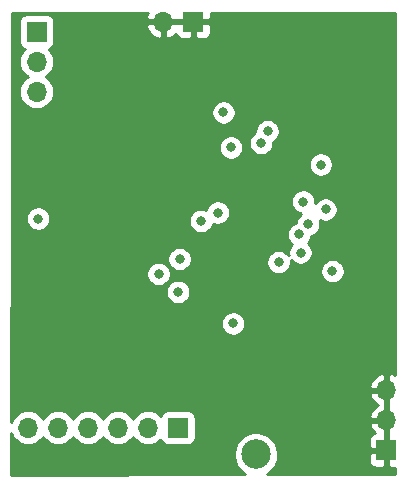
<source format=gbr>
G04 #@! TF.GenerationSoftware,KiCad,Pcbnew,(5.1.4)-1*
G04 #@! TF.CreationDate,2021-02-14T21:55:27+01:00*
G04 #@! TF.ProjectId,Atari XL s-video,41746172-6920-4584-9c20-732d76696465,rev?*
G04 #@! TF.SameCoordinates,Original*
G04 #@! TF.FileFunction,Copper,L3,Inr*
G04 #@! TF.FilePolarity,Positive*
%FSLAX46Y46*%
G04 Gerber Fmt 4.6, Leading zero omitted, Abs format (unit mm)*
G04 Created by KiCad (PCBNEW (5.1.4)-1) date 2021-02-14 21:55:27*
%MOMM*%
%LPD*%
G04 APERTURE LIST*
%ADD10R,1.700000X1.700000*%
%ADD11O,1.700000X1.700000*%
%ADD12C,2.499360*%
%ADD13C,0.800000*%
%ADD14C,0.254000*%
G04 APERTURE END LIST*
D10*
X173532800Y-58928000D03*
D11*
X173532800Y-61468000D03*
X173532800Y-64008000D03*
D12*
X192100000Y-94716600D03*
D10*
X185496000Y-92456000D03*
D11*
X182956000Y-92456000D03*
X180416000Y-92456000D03*
X177876000Y-92456000D03*
X175336000Y-92456000D03*
X172796000Y-92456000D03*
D10*
X203149000Y-94361000D03*
D11*
X203149000Y-91821000D03*
X203149000Y-89281000D03*
X184252000Y-58064400D03*
D10*
X186792000Y-58064400D03*
D13*
X185516900Y-80945200D03*
X187585100Y-71482900D03*
X198831200Y-93192600D03*
X198750700Y-81887200D03*
X203631800Y-72390000D03*
X183863400Y-79430800D03*
X173659800Y-74752200D03*
X190171800Y-83620700D03*
X188867800Y-74229900D03*
X185642100Y-78165700D03*
X198569400Y-79187700D03*
X194022000Y-78429800D03*
X195753700Y-76085400D03*
X195875400Y-77627500D03*
X196514500Y-75204200D03*
X187460100Y-74937700D03*
X196094900Y-73308300D03*
X197582300Y-70167000D03*
X193075800Y-67345000D03*
X189980300Y-68716200D03*
X189348900Y-65745700D03*
X197998700Y-73961700D03*
X192545600Y-68344800D03*
D14*
G36*
X182907843Y-57433148D02*
G01*
X182810519Y-57707509D01*
X182931186Y-57937400D01*
X184125000Y-57937400D01*
X184125000Y-57917400D01*
X184379000Y-57917400D01*
X184379000Y-57937400D01*
X186665000Y-57937400D01*
X186665000Y-57917400D01*
X186919000Y-57917400D01*
X186919000Y-57937400D01*
X188118250Y-57937400D01*
X188277000Y-57778650D01*
X188279595Y-57302000D01*
X203911185Y-57302000D01*
X203891864Y-88003327D01*
X203780252Y-87936843D01*
X203505891Y-87839519D01*
X203276000Y-87960186D01*
X203276000Y-89154000D01*
X203296000Y-89154000D01*
X203296000Y-89408000D01*
X203276000Y-89408000D01*
X203276000Y-91694000D01*
X203296000Y-91694000D01*
X203296000Y-91948000D01*
X203276000Y-91948000D01*
X203276000Y-94234000D01*
X203296000Y-94234000D01*
X203296000Y-94488000D01*
X203276000Y-94488000D01*
X203276000Y-95687250D01*
X203434750Y-95846000D01*
X203886926Y-95848462D01*
X203886614Y-96344578D01*
X193006997Y-96377250D01*
X193301413Y-96180526D01*
X193563926Y-95918013D01*
X193770182Y-95609331D01*
X193912253Y-95266341D01*
X193923260Y-95211000D01*
X201660928Y-95211000D01*
X201673188Y-95335482D01*
X201709498Y-95455180D01*
X201768463Y-95565494D01*
X201847815Y-95662185D01*
X201944506Y-95741537D01*
X202054820Y-95800502D01*
X202174518Y-95836812D01*
X202299000Y-95849072D01*
X202863250Y-95846000D01*
X203022000Y-95687250D01*
X203022000Y-94488000D01*
X201822750Y-94488000D01*
X201664000Y-94646750D01*
X201660928Y-95211000D01*
X193923260Y-95211000D01*
X193984680Y-94902225D01*
X193984680Y-94530975D01*
X193912253Y-94166859D01*
X193770182Y-93823869D01*
X193563926Y-93515187D01*
X193559739Y-93511000D01*
X201660928Y-93511000D01*
X201664000Y-94075250D01*
X201822750Y-94234000D01*
X203022000Y-94234000D01*
X203022000Y-91948000D01*
X201828845Y-91948000D01*
X201707524Y-92177890D01*
X201752175Y-92325099D01*
X201877359Y-92587920D01*
X202051412Y-92821269D01*
X202135466Y-92897034D01*
X202054820Y-92921498D01*
X201944506Y-92980463D01*
X201847815Y-93059815D01*
X201768463Y-93156506D01*
X201709498Y-93266820D01*
X201673188Y-93386518D01*
X201660928Y-93511000D01*
X193559739Y-93511000D01*
X193301413Y-93252674D01*
X192992731Y-93046418D01*
X192649741Y-92904347D01*
X192285625Y-92831920D01*
X191914375Y-92831920D01*
X191550259Y-92904347D01*
X191207269Y-93046418D01*
X190898587Y-93252674D01*
X190636074Y-93515187D01*
X190429818Y-93823869D01*
X190287747Y-94166859D01*
X190215320Y-94530975D01*
X190215320Y-94902225D01*
X190287747Y-95266341D01*
X190429818Y-95609331D01*
X190636074Y-95918013D01*
X190898587Y-96180526D01*
X191201119Y-96382673D01*
X171374647Y-96442212D01*
X171381303Y-92908034D01*
X171417401Y-93027034D01*
X171555294Y-93285014D01*
X171740866Y-93511134D01*
X171966986Y-93696706D01*
X172224966Y-93834599D01*
X172504889Y-93919513D01*
X172723050Y-93941000D01*
X172868950Y-93941000D01*
X173087111Y-93919513D01*
X173367034Y-93834599D01*
X173625014Y-93696706D01*
X173851134Y-93511134D01*
X174036706Y-93285014D01*
X174066000Y-93230209D01*
X174095294Y-93285014D01*
X174280866Y-93511134D01*
X174506986Y-93696706D01*
X174764966Y-93834599D01*
X175044889Y-93919513D01*
X175263050Y-93941000D01*
X175408950Y-93941000D01*
X175627111Y-93919513D01*
X175907034Y-93834599D01*
X176165014Y-93696706D01*
X176391134Y-93511134D01*
X176576706Y-93285014D01*
X176606000Y-93230209D01*
X176635294Y-93285014D01*
X176820866Y-93511134D01*
X177046986Y-93696706D01*
X177304966Y-93834599D01*
X177584889Y-93919513D01*
X177803050Y-93941000D01*
X177948950Y-93941000D01*
X178167111Y-93919513D01*
X178447034Y-93834599D01*
X178705014Y-93696706D01*
X178931134Y-93511134D01*
X179116706Y-93285014D01*
X179146000Y-93230209D01*
X179175294Y-93285014D01*
X179360866Y-93511134D01*
X179586986Y-93696706D01*
X179844966Y-93834599D01*
X180124889Y-93919513D01*
X180343050Y-93941000D01*
X180488950Y-93941000D01*
X180707111Y-93919513D01*
X180987034Y-93834599D01*
X181245014Y-93696706D01*
X181471134Y-93511134D01*
X181656706Y-93285014D01*
X181686000Y-93230209D01*
X181715294Y-93285014D01*
X181900866Y-93511134D01*
X182126986Y-93696706D01*
X182384966Y-93834599D01*
X182664889Y-93919513D01*
X182883050Y-93941000D01*
X183028950Y-93941000D01*
X183247111Y-93919513D01*
X183527034Y-93834599D01*
X183785014Y-93696706D01*
X184011134Y-93511134D01*
X184035607Y-93481313D01*
X184056498Y-93550180D01*
X184115463Y-93660494D01*
X184194815Y-93757185D01*
X184291506Y-93836537D01*
X184401820Y-93895502D01*
X184521518Y-93931812D01*
X184646000Y-93944072D01*
X186346000Y-93944072D01*
X186470482Y-93931812D01*
X186590180Y-93895502D01*
X186700494Y-93836537D01*
X186797185Y-93757185D01*
X186876537Y-93660494D01*
X186935502Y-93550180D01*
X186971812Y-93430482D01*
X186984072Y-93306000D01*
X186984072Y-91606000D01*
X186971812Y-91481518D01*
X186935502Y-91361820D01*
X186876537Y-91251506D01*
X186797185Y-91154815D01*
X186700494Y-91075463D01*
X186590180Y-91016498D01*
X186470482Y-90980188D01*
X186346000Y-90967928D01*
X184646000Y-90967928D01*
X184521518Y-90980188D01*
X184401820Y-91016498D01*
X184291506Y-91075463D01*
X184194815Y-91154815D01*
X184115463Y-91251506D01*
X184056498Y-91361820D01*
X184035607Y-91430687D01*
X184011134Y-91400866D01*
X183785014Y-91215294D01*
X183527034Y-91077401D01*
X183247111Y-90992487D01*
X183028950Y-90971000D01*
X182883050Y-90971000D01*
X182664889Y-90992487D01*
X182384966Y-91077401D01*
X182126986Y-91215294D01*
X181900866Y-91400866D01*
X181715294Y-91626986D01*
X181686000Y-91681791D01*
X181656706Y-91626986D01*
X181471134Y-91400866D01*
X181245014Y-91215294D01*
X180987034Y-91077401D01*
X180707111Y-90992487D01*
X180488950Y-90971000D01*
X180343050Y-90971000D01*
X180124889Y-90992487D01*
X179844966Y-91077401D01*
X179586986Y-91215294D01*
X179360866Y-91400866D01*
X179175294Y-91626986D01*
X179146000Y-91681791D01*
X179116706Y-91626986D01*
X178931134Y-91400866D01*
X178705014Y-91215294D01*
X178447034Y-91077401D01*
X178167111Y-90992487D01*
X177948950Y-90971000D01*
X177803050Y-90971000D01*
X177584889Y-90992487D01*
X177304966Y-91077401D01*
X177046986Y-91215294D01*
X176820866Y-91400866D01*
X176635294Y-91626986D01*
X176606000Y-91681791D01*
X176576706Y-91626986D01*
X176391134Y-91400866D01*
X176165014Y-91215294D01*
X175907034Y-91077401D01*
X175627111Y-90992487D01*
X175408950Y-90971000D01*
X175263050Y-90971000D01*
X175044889Y-90992487D01*
X174764966Y-91077401D01*
X174506986Y-91215294D01*
X174280866Y-91400866D01*
X174095294Y-91626986D01*
X174066000Y-91681791D01*
X174036706Y-91626986D01*
X173851134Y-91400866D01*
X173625014Y-91215294D01*
X173367034Y-91077401D01*
X173087111Y-90992487D01*
X172868950Y-90971000D01*
X172723050Y-90971000D01*
X172504889Y-90992487D01*
X172224966Y-91077401D01*
X171966986Y-91215294D01*
X171740866Y-91400866D01*
X171555294Y-91626986D01*
X171417401Y-91884966D01*
X171383016Y-91998318D01*
X171387460Y-89637890D01*
X201707524Y-89637890D01*
X201752175Y-89785099D01*
X201877359Y-90047920D01*
X202051412Y-90281269D01*
X202267645Y-90476178D01*
X202393255Y-90551000D01*
X202267645Y-90625822D01*
X202051412Y-90820731D01*
X201877359Y-91054080D01*
X201752175Y-91316901D01*
X201707524Y-91464110D01*
X201828845Y-91694000D01*
X203022000Y-91694000D01*
X203022000Y-89408000D01*
X201828845Y-89408000D01*
X201707524Y-89637890D01*
X171387460Y-89637890D01*
X171388804Y-88924110D01*
X201707524Y-88924110D01*
X201828845Y-89154000D01*
X203022000Y-89154000D01*
X203022000Y-87960186D01*
X202792109Y-87839519D01*
X202517748Y-87936843D01*
X202267645Y-88085822D01*
X202051412Y-88280731D01*
X201877359Y-88514080D01*
X201752175Y-88776901D01*
X201707524Y-88924110D01*
X171388804Y-88924110D01*
X171398984Y-83518761D01*
X189136800Y-83518761D01*
X189136800Y-83722639D01*
X189176574Y-83922598D01*
X189254595Y-84110956D01*
X189367863Y-84280474D01*
X189512026Y-84424637D01*
X189681544Y-84537905D01*
X189869902Y-84615926D01*
X190069861Y-84655700D01*
X190273739Y-84655700D01*
X190473698Y-84615926D01*
X190662056Y-84537905D01*
X190831574Y-84424637D01*
X190975737Y-84280474D01*
X191089005Y-84110956D01*
X191167026Y-83922598D01*
X191206800Y-83722639D01*
X191206800Y-83518761D01*
X191167026Y-83318802D01*
X191089005Y-83130444D01*
X190975737Y-82960926D01*
X190831574Y-82816763D01*
X190662056Y-82703495D01*
X190473698Y-82625474D01*
X190273739Y-82585700D01*
X190069861Y-82585700D01*
X189869902Y-82625474D01*
X189681544Y-82703495D01*
X189512026Y-82816763D01*
X189367863Y-82960926D01*
X189254595Y-83130444D01*
X189176574Y-83318802D01*
X189136800Y-83518761D01*
X171398984Y-83518761D01*
X171404023Y-80843261D01*
X184481900Y-80843261D01*
X184481900Y-81047139D01*
X184521674Y-81247098D01*
X184599695Y-81435456D01*
X184712963Y-81604974D01*
X184857126Y-81749137D01*
X185026644Y-81862405D01*
X185215002Y-81940426D01*
X185414961Y-81980200D01*
X185618839Y-81980200D01*
X185818798Y-81940426D01*
X186007156Y-81862405D01*
X186176674Y-81749137D01*
X186320837Y-81604974D01*
X186434105Y-81435456D01*
X186512126Y-81247098D01*
X186551900Y-81047139D01*
X186551900Y-80843261D01*
X186512126Y-80643302D01*
X186434105Y-80454944D01*
X186320837Y-80285426D01*
X186176674Y-80141263D01*
X186007156Y-80027995D01*
X185818798Y-79949974D01*
X185618839Y-79910200D01*
X185414961Y-79910200D01*
X185215002Y-79949974D01*
X185026644Y-80027995D01*
X184857126Y-80141263D01*
X184712963Y-80285426D01*
X184599695Y-80454944D01*
X184521674Y-80643302D01*
X184481900Y-80843261D01*
X171404023Y-80843261D01*
X171406875Y-79328861D01*
X182828400Y-79328861D01*
X182828400Y-79532739D01*
X182868174Y-79732698D01*
X182946195Y-79921056D01*
X183059463Y-80090574D01*
X183203626Y-80234737D01*
X183373144Y-80348005D01*
X183561502Y-80426026D01*
X183761461Y-80465800D01*
X183965339Y-80465800D01*
X184165298Y-80426026D01*
X184353656Y-80348005D01*
X184523174Y-80234737D01*
X184667337Y-80090574D01*
X184780605Y-79921056D01*
X184858626Y-79732698D01*
X184898400Y-79532739D01*
X184898400Y-79328861D01*
X184858626Y-79128902D01*
X184780605Y-78940544D01*
X184667337Y-78771026D01*
X184523174Y-78626863D01*
X184353656Y-78513595D01*
X184165298Y-78435574D01*
X183965339Y-78395800D01*
X183761461Y-78395800D01*
X183561502Y-78435574D01*
X183373144Y-78513595D01*
X183203626Y-78626863D01*
X183059463Y-78771026D01*
X182946195Y-78940544D01*
X182868174Y-79128902D01*
X182828400Y-79328861D01*
X171406875Y-79328861D01*
X171409257Y-78063761D01*
X184607100Y-78063761D01*
X184607100Y-78267639D01*
X184646874Y-78467598D01*
X184724895Y-78655956D01*
X184838163Y-78825474D01*
X184982326Y-78969637D01*
X185151844Y-79082905D01*
X185340202Y-79160926D01*
X185540161Y-79200700D01*
X185744039Y-79200700D01*
X185943998Y-79160926D01*
X186132356Y-79082905D01*
X186301874Y-78969637D01*
X186446037Y-78825474D01*
X186559305Y-78655956D01*
X186637326Y-78467598D01*
X186665121Y-78327861D01*
X192987000Y-78327861D01*
X192987000Y-78531739D01*
X193026774Y-78731698D01*
X193104795Y-78920056D01*
X193218063Y-79089574D01*
X193362226Y-79233737D01*
X193531744Y-79347005D01*
X193720102Y-79425026D01*
X193920061Y-79464800D01*
X194123939Y-79464800D01*
X194323898Y-79425026D01*
X194512256Y-79347005D01*
X194681774Y-79233737D01*
X194825937Y-79089574D01*
X194828484Y-79085761D01*
X197534400Y-79085761D01*
X197534400Y-79289639D01*
X197574174Y-79489598D01*
X197652195Y-79677956D01*
X197765463Y-79847474D01*
X197909626Y-79991637D01*
X198079144Y-80104905D01*
X198267502Y-80182926D01*
X198467461Y-80222700D01*
X198671339Y-80222700D01*
X198871298Y-80182926D01*
X199059656Y-80104905D01*
X199229174Y-79991637D01*
X199373337Y-79847474D01*
X199486605Y-79677956D01*
X199564626Y-79489598D01*
X199604400Y-79289639D01*
X199604400Y-79085761D01*
X199564626Y-78885802D01*
X199486605Y-78697444D01*
X199373337Y-78527926D01*
X199229174Y-78383763D01*
X199059656Y-78270495D01*
X198871298Y-78192474D01*
X198671339Y-78152700D01*
X198467461Y-78152700D01*
X198267502Y-78192474D01*
X198079144Y-78270495D01*
X197909626Y-78383763D01*
X197765463Y-78527926D01*
X197652195Y-78697444D01*
X197574174Y-78885802D01*
X197534400Y-79085761D01*
X194828484Y-79085761D01*
X194939205Y-78920056D01*
X195017226Y-78731698D01*
X195057000Y-78531739D01*
X195057000Y-78327861D01*
X195039374Y-78239250D01*
X195071463Y-78287274D01*
X195215626Y-78431437D01*
X195385144Y-78544705D01*
X195573502Y-78622726D01*
X195773461Y-78662500D01*
X195977339Y-78662500D01*
X196177298Y-78622726D01*
X196365656Y-78544705D01*
X196535174Y-78431437D01*
X196679337Y-78287274D01*
X196792605Y-78117756D01*
X196870626Y-77929398D01*
X196910400Y-77729439D01*
X196910400Y-77525561D01*
X196870626Y-77325602D01*
X196792605Y-77137244D01*
X196679337Y-76967726D01*
X196535174Y-76823563D01*
X196501649Y-76801162D01*
X196557637Y-76745174D01*
X196670905Y-76575656D01*
X196748926Y-76387298D01*
X196785056Y-76205660D01*
X196816398Y-76199426D01*
X197004756Y-76121405D01*
X197174274Y-76008137D01*
X197318437Y-75863974D01*
X197431705Y-75694456D01*
X197509726Y-75506098D01*
X197549500Y-75306139D01*
X197549500Y-75102261D01*
X197509726Y-74902302D01*
X197496816Y-74871136D01*
X197508444Y-74878905D01*
X197696802Y-74956926D01*
X197896761Y-74996700D01*
X198100639Y-74996700D01*
X198300598Y-74956926D01*
X198488956Y-74878905D01*
X198658474Y-74765637D01*
X198802637Y-74621474D01*
X198915905Y-74451956D01*
X198993926Y-74263598D01*
X199033700Y-74063639D01*
X199033700Y-73859761D01*
X198993926Y-73659802D01*
X198915905Y-73471444D01*
X198802637Y-73301926D01*
X198658474Y-73157763D01*
X198488956Y-73044495D01*
X198300598Y-72966474D01*
X198100639Y-72926700D01*
X197896761Y-72926700D01*
X197696802Y-72966474D01*
X197508444Y-73044495D01*
X197338926Y-73157763D01*
X197194763Y-73301926D01*
X197129900Y-73399001D01*
X197129900Y-73206361D01*
X197090126Y-73006402D01*
X197012105Y-72818044D01*
X196898837Y-72648526D01*
X196754674Y-72504363D01*
X196585156Y-72391095D01*
X196396798Y-72313074D01*
X196196839Y-72273300D01*
X195992961Y-72273300D01*
X195793002Y-72313074D01*
X195604644Y-72391095D01*
X195435126Y-72504363D01*
X195290963Y-72648526D01*
X195177695Y-72818044D01*
X195099674Y-73006402D01*
X195059900Y-73206361D01*
X195059900Y-73410239D01*
X195099674Y-73610198D01*
X195177695Y-73798556D01*
X195290963Y-73968074D01*
X195435126Y-74112237D01*
X195604644Y-74225505D01*
X195793002Y-74303526D01*
X195952132Y-74335179D01*
X195854726Y-74400263D01*
X195710563Y-74544426D01*
X195597295Y-74713944D01*
X195519274Y-74902302D01*
X195483144Y-75083940D01*
X195451802Y-75090174D01*
X195263444Y-75168195D01*
X195093926Y-75281463D01*
X194949763Y-75425626D01*
X194836495Y-75595144D01*
X194758474Y-75783502D01*
X194718700Y-75983461D01*
X194718700Y-76187339D01*
X194758474Y-76387298D01*
X194836495Y-76575656D01*
X194949763Y-76745174D01*
X195093926Y-76889337D01*
X195127451Y-76911738D01*
X195071463Y-76967726D01*
X194958195Y-77137244D01*
X194880174Y-77325602D01*
X194840400Y-77525561D01*
X194840400Y-77729439D01*
X194858026Y-77818050D01*
X194825937Y-77770026D01*
X194681774Y-77625863D01*
X194512256Y-77512595D01*
X194323898Y-77434574D01*
X194123939Y-77394800D01*
X193920061Y-77394800D01*
X193720102Y-77434574D01*
X193531744Y-77512595D01*
X193362226Y-77625863D01*
X193218063Y-77770026D01*
X193104795Y-77939544D01*
X193026774Y-78127902D01*
X192987000Y-78327861D01*
X186665121Y-78327861D01*
X186677100Y-78267639D01*
X186677100Y-78063761D01*
X186637326Y-77863802D01*
X186559305Y-77675444D01*
X186446037Y-77505926D01*
X186301874Y-77361763D01*
X186132356Y-77248495D01*
X185943998Y-77170474D01*
X185744039Y-77130700D01*
X185540161Y-77130700D01*
X185340202Y-77170474D01*
X185151844Y-77248495D01*
X184982326Y-77361763D01*
X184838163Y-77505926D01*
X184724895Y-77675444D01*
X184646874Y-77863802D01*
X184607100Y-78063761D01*
X171409257Y-78063761D01*
X171415686Y-74650261D01*
X172624800Y-74650261D01*
X172624800Y-74854139D01*
X172664574Y-75054098D01*
X172742595Y-75242456D01*
X172855863Y-75411974D01*
X173000026Y-75556137D01*
X173169544Y-75669405D01*
X173357902Y-75747426D01*
X173557861Y-75787200D01*
X173761739Y-75787200D01*
X173961698Y-75747426D01*
X174150056Y-75669405D01*
X174319574Y-75556137D01*
X174463737Y-75411974D01*
X174577005Y-75242456D01*
X174655026Y-75054098D01*
X174694800Y-74854139D01*
X174694800Y-74835761D01*
X186425100Y-74835761D01*
X186425100Y-75039639D01*
X186464874Y-75239598D01*
X186542895Y-75427956D01*
X186656163Y-75597474D01*
X186800326Y-75741637D01*
X186969844Y-75854905D01*
X187158202Y-75932926D01*
X187358161Y-75972700D01*
X187562039Y-75972700D01*
X187761998Y-75932926D01*
X187950356Y-75854905D01*
X188119874Y-75741637D01*
X188264037Y-75597474D01*
X188377305Y-75427956D01*
X188455326Y-75239598D01*
X188466403Y-75183912D01*
X188565902Y-75225126D01*
X188765861Y-75264900D01*
X188969739Y-75264900D01*
X189169698Y-75225126D01*
X189358056Y-75147105D01*
X189527574Y-75033837D01*
X189671737Y-74889674D01*
X189785005Y-74720156D01*
X189863026Y-74531798D01*
X189902800Y-74331839D01*
X189902800Y-74127961D01*
X189863026Y-73928002D01*
X189785005Y-73739644D01*
X189671737Y-73570126D01*
X189527574Y-73425963D01*
X189358056Y-73312695D01*
X189169698Y-73234674D01*
X188969739Y-73194900D01*
X188765861Y-73194900D01*
X188565902Y-73234674D01*
X188377544Y-73312695D01*
X188208026Y-73425963D01*
X188063863Y-73570126D01*
X187950595Y-73739644D01*
X187872574Y-73928002D01*
X187861497Y-73983688D01*
X187761998Y-73942474D01*
X187562039Y-73902700D01*
X187358161Y-73902700D01*
X187158202Y-73942474D01*
X186969844Y-74020495D01*
X186800326Y-74133763D01*
X186656163Y-74277926D01*
X186542895Y-74447444D01*
X186464874Y-74635802D01*
X186425100Y-74835761D01*
X174694800Y-74835761D01*
X174694800Y-74650261D01*
X174655026Y-74450302D01*
X174577005Y-74261944D01*
X174463737Y-74092426D01*
X174319574Y-73948263D01*
X174150056Y-73834995D01*
X173961698Y-73756974D01*
X173761739Y-73717200D01*
X173557861Y-73717200D01*
X173357902Y-73756974D01*
X173169544Y-73834995D01*
X173000026Y-73948263D01*
X172855863Y-74092426D01*
X172742595Y-74261944D01*
X172664574Y-74450302D01*
X172624800Y-74650261D01*
X171415686Y-74650261D01*
X171424320Y-70065061D01*
X196547300Y-70065061D01*
X196547300Y-70268939D01*
X196587074Y-70468898D01*
X196665095Y-70657256D01*
X196778363Y-70826774D01*
X196922526Y-70970937D01*
X197092044Y-71084205D01*
X197280402Y-71162226D01*
X197480361Y-71202000D01*
X197684239Y-71202000D01*
X197884198Y-71162226D01*
X198072556Y-71084205D01*
X198242074Y-70970937D01*
X198386237Y-70826774D01*
X198499505Y-70657256D01*
X198577526Y-70468898D01*
X198617300Y-70268939D01*
X198617300Y-70065061D01*
X198577526Y-69865102D01*
X198499505Y-69676744D01*
X198386237Y-69507226D01*
X198242074Y-69363063D01*
X198072556Y-69249795D01*
X197884198Y-69171774D01*
X197684239Y-69132000D01*
X197480361Y-69132000D01*
X197280402Y-69171774D01*
X197092044Y-69249795D01*
X196922526Y-69363063D01*
X196778363Y-69507226D01*
X196665095Y-69676744D01*
X196587074Y-69865102D01*
X196547300Y-70065061D01*
X171424320Y-70065061D01*
X171427052Y-68614261D01*
X188945300Y-68614261D01*
X188945300Y-68818139D01*
X188985074Y-69018098D01*
X189063095Y-69206456D01*
X189176363Y-69375974D01*
X189320526Y-69520137D01*
X189490044Y-69633405D01*
X189678402Y-69711426D01*
X189878361Y-69751200D01*
X190082239Y-69751200D01*
X190282198Y-69711426D01*
X190470556Y-69633405D01*
X190640074Y-69520137D01*
X190784237Y-69375974D01*
X190897505Y-69206456D01*
X190975526Y-69018098D01*
X191015300Y-68818139D01*
X191015300Y-68614261D01*
X190975526Y-68414302D01*
X190904513Y-68242861D01*
X191510600Y-68242861D01*
X191510600Y-68446739D01*
X191550374Y-68646698D01*
X191628395Y-68835056D01*
X191741663Y-69004574D01*
X191885826Y-69148737D01*
X192055344Y-69262005D01*
X192243702Y-69340026D01*
X192443661Y-69379800D01*
X192647539Y-69379800D01*
X192847498Y-69340026D01*
X193035856Y-69262005D01*
X193205374Y-69148737D01*
X193349537Y-69004574D01*
X193462805Y-68835056D01*
X193540826Y-68646698D01*
X193580600Y-68446739D01*
X193580600Y-68252487D01*
X193735574Y-68148937D01*
X193879737Y-68004774D01*
X193993005Y-67835256D01*
X194071026Y-67646898D01*
X194110800Y-67446939D01*
X194110800Y-67243061D01*
X194071026Y-67043102D01*
X193993005Y-66854744D01*
X193879737Y-66685226D01*
X193735574Y-66541063D01*
X193566056Y-66427795D01*
X193377698Y-66349774D01*
X193177739Y-66310000D01*
X192973861Y-66310000D01*
X192773902Y-66349774D01*
X192585544Y-66427795D01*
X192416026Y-66541063D01*
X192271863Y-66685226D01*
X192158595Y-66854744D01*
X192080574Y-67043102D01*
X192040800Y-67243061D01*
X192040800Y-67437313D01*
X191885826Y-67540863D01*
X191741663Y-67685026D01*
X191628395Y-67854544D01*
X191550374Y-68042902D01*
X191510600Y-68242861D01*
X190904513Y-68242861D01*
X190897505Y-68225944D01*
X190784237Y-68056426D01*
X190640074Y-67912263D01*
X190470556Y-67798995D01*
X190282198Y-67720974D01*
X190082239Y-67681200D01*
X189878361Y-67681200D01*
X189678402Y-67720974D01*
X189490044Y-67798995D01*
X189320526Y-67912263D01*
X189176363Y-68056426D01*
X189063095Y-68225944D01*
X188985074Y-68414302D01*
X188945300Y-68614261D01*
X171427052Y-68614261D01*
X171432647Y-65643761D01*
X188313900Y-65643761D01*
X188313900Y-65847639D01*
X188353674Y-66047598D01*
X188431695Y-66235956D01*
X188544963Y-66405474D01*
X188689126Y-66549637D01*
X188858644Y-66662905D01*
X189047002Y-66740926D01*
X189246961Y-66780700D01*
X189450839Y-66780700D01*
X189650798Y-66740926D01*
X189839156Y-66662905D01*
X190008674Y-66549637D01*
X190152837Y-66405474D01*
X190266105Y-66235956D01*
X190344126Y-66047598D01*
X190383900Y-65847639D01*
X190383900Y-65643761D01*
X190344126Y-65443802D01*
X190266105Y-65255444D01*
X190152837Y-65085926D01*
X190008674Y-64941763D01*
X189839156Y-64828495D01*
X189650798Y-64750474D01*
X189450839Y-64710700D01*
X189246961Y-64710700D01*
X189047002Y-64750474D01*
X188858644Y-64828495D01*
X188689126Y-64941763D01*
X188544963Y-65085926D01*
X188431695Y-65255444D01*
X188353674Y-65443802D01*
X188313900Y-65643761D01*
X171432647Y-65643761D01*
X171440511Y-61468000D01*
X172040615Y-61468000D01*
X172069287Y-61759111D01*
X172154201Y-62039034D01*
X172292094Y-62297014D01*
X172477666Y-62523134D01*
X172703786Y-62708706D01*
X172758591Y-62738000D01*
X172703786Y-62767294D01*
X172477666Y-62952866D01*
X172292094Y-63178986D01*
X172154201Y-63436966D01*
X172069287Y-63716889D01*
X172040615Y-64008000D01*
X172069287Y-64299111D01*
X172154201Y-64579034D01*
X172292094Y-64837014D01*
X172477666Y-65063134D01*
X172703786Y-65248706D01*
X172961766Y-65386599D01*
X173241689Y-65471513D01*
X173459850Y-65493000D01*
X173605750Y-65493000D01*
X173823911Y-65471513D01*
X174103834Y-65386599D01*
X174361814Y-65248706D01*
X174587934Y-65063134D01*
X174773506Y-64837014D01*
X174911399Y-64579034D01*
X174996313Y-64299111D01*
X175024985Y-64008000D01*
X174996313Y-63716889D01*
X174911399Y-63436966D01*
X174773506Y-63178986D01*
X174587934Y-62952866D01*
X174361814Y-62767294D01*
X174307009Y-62738000D01*
X174361814Y-62708706D01*
X174587934Y-62523134D01*
X174773506Y-62297014D01*
X174911399Y-62039034D01*
X174996313Y-61759111D01*
X175024985Y-61468000D01*
X174996313Y-61176889D01*
X174911399Y-60896966D01*
X174773506Y-60638986D01*
X174587934Y-60412866D01*
X174558113Y-60388393D01*
X174626980Y-60367502D01*
X174737294Y-60308537D01*
X174833985Y-60229185D01*
X174913337Y-60132494D01*
X174972302Y-60022180D01*
X175008612Y-59902482D01*
X175020872Y-59778000D01*
X175020872Y-58421291D01*
X182810519Y-58421291D01*
X182907843Y-58695652D01*
X183056822Y-58945755D01*
X183251731Y-59161988D01*
X183485080Y-59336041D01*
X183747901Y-59461225D01*
X183895110Y-59505876D01*
X184125000Y-59384555D01*
X184125000Y-58191400D01*
X184379000Y-58191400D01*
X184379000Y-59384555D01*
X184608890Y-59505876D01*
X184756099Y-59461225D01*
X185018920Y-59336041D01*
X185252269Y-59161988D01*
X185328034Y-59077934D01*
X185352498Y-59158580D01*
X185411463Y-59268894D01*
X185490815Y-59365585D01*
X185587506Y-59444937D01*
X185697820Y-59503902D01*
X185817518Y-59540212D01*
X185942000Y-59552472D01*
X186506250Y-59549400D01*
X186665000Y-59390650D01*
X186665000Y-58191400D01*
X186919000Y-58191400D01*
X186919000Y-59390650D01*
X187077750Y-59549400D01*
X187642000Y-59552472D01*
X187766482Y-59540212D01*
X187886180Y-59503902D01*
X187996494Y-59444937D01*
X188093185Y-59365585D01*
X188172537Y-59268894D01*
X188231502Y-59158580D01*
X188267812Y-59038882D01*
X188280072Y-58914400D01*
X188277000Y-58350150D01*
X188118250Y-58191400D01*
X186919000Y-58191400D01*
X186665000Y-58191400D01*
X184379000Y-58191400D01*
X184125000Y-58191400D01*
X182931186Y-58191400D01*
X182810519Y-58421291D01*
X175020872Y-58421291D01*
X175020872Y-58078000D01*
X175008612Y-57953518D01*
X174972302Y-57833820D01*
X174913337Y-57723506D01*
X174833985Y-57626815D01*
X174737294Y-57547463D01*
X174626980Y-57488498D01*
X174507282Y-57452188D01*
X174382800Y-57439928D01*
X172682800Y-57439928D01*
X172558318Y-57452188D01*
X172438620Y-57488498D01*
X172328306Y-57547463D01*
X172231615Y-57626815D01*
X172152263Y-57723506D01*
X172093298Y-57833820D01*
X172056988Y-57953518D01*
X172044728Y-58078000D01*
X172044728Y-59778000D01*
X172056988Y-59902482D01*
X172093298Y-60022180D01*
X172152263Y-60132494D01*
X172231615Y-60229185D01*
X172328306Y-60308537D01*
X172438620Y-60367502D01*
X172507487Y-60388393D01*
X172477666Y-60412866D01*
X172292094Y-60638986D01*
X172154201Y-60896966D01*
X172069287Y-61176889D01*
X172040615Y-61468000D01*
X171440511Y-61468000D01*
X171448357Y-57302000D01*
X182985964Y-57302000D01*
X182907843Y-57433148D01*
X182907843Y-57433148D01*
G37*
X182907843Y-57433148D02*
X182810519Y-57707509D01*
X182931186Y-57937400D01*
X184125000Y-57937400D01*
X184125000Y-57917400D01*
X184379000Y-57917400D01*
X184379000Y-57937400D01*
X186665000Y-57937400D01*
X186665000Y-57917400D01*
X186919000Y-57917400D01*
X186919000Y-57937400D01*
X188118250Y-57937400D01*
X188277000Y-57778650D01*
X188279595Y-57302000D01*
X203911185Y-57302000D01*
X203891864Y-88003327D01*
X203780252Y-87936843D01*
X203505891Y-87839519D01*
X203276000Y-87960186D01*
X203276000Y-89154000D01*
X203296000Y-89154000D01*
X203296000Y-89408000D01*
X203276000Y-89408000D01*
X203276000Y-91694000D01*
X203296000Y-91694000D01*
X203296000Y-91948000D01*
X203276000Y-91948000D01*
X203276000Y-94234000D01*
X203296000Y-94234000D01*
X203296000Y-94488000D01*
X203276000Y-94488000D01*
X203276000Y-95687250D01*
X203434750Y-95846000D01*
X203886926Y-95848462D01*
X203886614Y-96344578D01*
X193006997Y-96377250D01*
X193301413Y-96180526D01*
X193563926Y-95918013D01*
X193770182Y-95609331D01*
X193912253Y-95266341D01*
X193923260Y-95211000D01*
X201660928Y-95211000D01*
X201673188Y-95335482D01*
X201709498Y-95455180D01*
X201768463Y-95565494D01*
X201847815Y-95662185D01*
X201944506Y-95741537D01*
X202054820Y-95800502D01*
X202174518Y-95836812D01*
X202299000Y-95849072D01*
X202863250Y-95846000D01*
X203022000Y-95687250D01*
X203022000Y-94488000D01*
X201822750Y-94488000D01*
X201664000Y-94646750D01*
X201660928Y-95211000D01*
X193923260Y-95211000D01*
X193984680Y-94902225D01*
X193984680Y-94530975D01*
X193912253Y-94166859D01*
X193770182Y-93823869D01*
X193563926Y-93515187D01*
X193559739Y-93511000D01*
X201660928Y-93511000D01*
X201664000Y-94075250D01*
X201822750Y-94234000D01*
X203022000Y-94234000D01*
X203022000Y-91948000D01*
X201828845Y-91948000D01*
X201707524Y-92177890D01*
X201752175Y-92325099D01*
X201877359Y-92587920D01*
X202051412Y-92821269D01*
X202135466Y-92897034D01*
X202054820Y-92921498D01*
X201944506Y-92980463D01*
X201847815Y-93059815D01*
X201768463Y-93156506D01*
X201709498Y-93266820D01*
X201673188Y-93386518D01*
X201660928Y-93511000D01*
X193559739Y-93511000D01*
X193301413Y-93252674D01*
X192992731Y-93046418D01*
X192649741Y-92904347D01*
X192285625Y-92831920D01*
X191914375Y-92831920D01*
X191550259Y-92904347D01*
X191207269Y-93046418D01*
X190898587Y-93252674D01*
X190636074Y-93515187D01*
X190429818Y-93823869D01*
X190287747Y-94166859D01*
X190215320Y-94530975D01*
X190215320Y-94902225D01*
X190287747Y-95266341D01*
X190429818Y-95609331D01*
X190636074Y-95918013D01*
X190898587Y-96180526D01*
X191201119Y-96382673D01*
X171374647Y-96442212D01*
X171381303Y-92908034D01*
X171417401Y-93027034D01*
X171555294Y-93285014D01*
X171740866Y-93511134D01*
X171966986Y-93696706D01*
X172224966Y-93834599D01*
X172504889Y-93919513D01*
X172723050Y-93941000D01*
X172868950Y-93941000D01*
X173087111Y-93919513D01*
X173367034Y-93834599D01*
X173625014Y-93696706D01*
X173851134Y-93511134D01*
X174036706Y-93285014D01*
X174066000Y-93230209D01*
X174095294Y-93285014D01*
X174280866Y-93511134D01*
X174506986Y-93696706D01*
X174764966Y-93834599D01*
X175044889Y-93919513D01*
X175263050Y-93941000D01*
X175408950Y-93941000D01*
X175627111Y-93919513D01*
X175907034Y-93834599D01*
X176165014Y-93696706D01*
X176391134Y-93511134D01*
X176576706Y-93285014D01*
X176606000Y-93230209D01*
X176635294Y-93285014D01*
X176820866Y-93511134D01*
X177046986Y-93696706D01*
X177304966Y-93834599D01*
X177584889Y-93919513D01*
X177803050Y-93941000D01*
X177948950Y-93941000D01*
X178167111Y-93919513D01*
X178447034Y-93834599D01*
X178705014Y-93696706D01*
X178931134Y-93511134D01*
X179116706Y-93285014D01*
X179146000Y-93230209D01*
X179175294Y-93285014D01*
X179360866Y-93511134D01*
X179586986Y-93696706D01*
X179844966Y-93834599D01*
X180124889Y-93919513D01*
X180343050Y-93941000D01*
X180488950Y-93941000D01*
X180707111Y-93919513D01*
X180987034Y-93834599D01*
X181245014Y-93696706D01*
X181471134Y-93511134D01*
X181656706Y-93285014D01*
X181686000Y-93230209D01*
X181715294Y-93285014D01*
X181900866Y-93511134D01*
X182126986Y-93696706D01*
X182384966Y-93834599D01*
X182664889Y-93919513D01*
X182883050Y-93941000D01*
X183028950Y-93941000D01*
X183247111Y-93919513D01*
X183527034Y-93834599D01*
X183785014Y-93696706D01*
X184011134Y-93511134D01*
X184035607Y-93481313D01*
X184056498Y-93550180D01*
X184115463Y-93660494D01*
X184194815Y-93757185D01*
X184291506Y-93836537D01*
X184401820Y-93895502D01*
X184521518Y-93931812D01*
X184646000Y-93944072D01*
X186346000Y-93944072D01*
X186470482Y-93931812D01*
X186590180Y-93895502D01*
X186700494Y-93836537D01*
X186797185Y-93757185D01*
X186876537Y-93660494D01*
X186935502Y-93550180D01*
X186971812Y-93430482D01*
X186984072Y-93306000D01*
X186984072Y-91606000D01*
X186971812Y-91481518D01*
X186935502Y-91361820D01*
X186876537Y-91251506D01*
X186797185Y-91154815D01*
X186700494Y-91075463D01*
X186590180Y-91016498D01*
X186470482Y-90980188D01*
X186346000Y-90967928D01*
X184646000Y-90967928D01*
X184521518Y-90980188D01*
X184401820Y-91016498D01*
X184291506Y-91075463D01*
X184194815Y-91154815D01*
X184115463Y-91251506D01*
X184056498Y-91361820D01*
X184035607Y-91430687D01*
X184011134Y-91400866D01*
X183785014Y-91215294D01*
X183527034Y-91077401D01*
X183247111Y-90992487D01*
X183028950Y-90971000D01*
X182883050Y-90971000D01*
X182664889Y-90992487D01*
X182384966Y-91077401D01*
X182126986Y-91215294D01*
X181900866Y-91400866D01*
X181715294Y-91626986D01*
X181686000Y-91681791D01*
X181656706Y-91626986D01*
X181471134Y-91400866D01*
X181245014Y-91215294D01*
X180987034Y-91077401D01*
X180707111Y-90992487D01*
X180488950Y-90971000D01*
X180343050Y-90971000D01*
X180124889Y-90992487D01*
X179844966Y-91077401D01*
X179586986Y-91215294D01*
X179360866Y-91400866D01*
X179175294Y-91626986D01*
X179146000Y-91681791D01*
X179116706Y-91626986D01*
X178931134Y-91400866D01*
X178705014Y-91215294D01*
X178447034Y-91077401D01*
X178167111Y-90992487D01*
X177948950Y-90971000D01*
X177803050Y-90971000D01*
X177584889Y-90992487D01*
X177304966Y-91077401D01*
X177046986Y-91215294D01*
X176820866Y-91400866D01*
X176635294Y-91626986D01*
X176606000Y-91681791D01*
X176576706Y-91626986D01*
X176391134Y-91400866D01*
X176165014Y-91215294D01*
X175907034Y-91077401D01*
X175627111Y-90992487D01*
X175408950Y-90971000D01*
X175263050Y-90971000D01*
X175044889Y-90992487D01*
X174764966Y-91077401D01*
X174506986Y-91215294D01*
X174280866Y-91400866D01*
X174095294Y-91626986D01*
X174066000Y-91681791D01*
X174036706Y-91626986D01*
X173851134Y-91400866D01*
X173625014Y-91215294D01*
X173367034Y-91077401D01*
X173087111Y-90992487D01*
X172868950Y-90971000D01*
X172723050Y-90971000D01*
X172504889Y-90992487D01*
X172224966Y-91077401D01*
X171966986Y-91215294D01*
X171740866Y-91400866D01*
X171555294Y-91626986D01*
X171417401Y-91884966D01*
X171383016Y-91998318D01*
X171387460Y-89637890D01*
X201707524Y-89637890D01*
X201752175Y-89785099D01*
X201877359Y-90047920D01*
X202051412Y-90281269D01*
X202267645Y-90476178D01*
X202393255Y-90551000D01*
X202267645Y-90625822D01*
X202051412Y-90820731D01*
X201877359Y-91054080D01*
X201752175Y-91316901D01*
X201707524Y-91464110D01*
X201828845Y-91694000D01*
X203022000Y-91694000D01*
X203022000Y-89408000D01*
X201828845Y-89408000D01*
X201707524Y-89637890D01*
X171387460Y-89637890D01*
X171388804Y-88924110D01*
X201707524Y-88924110D01*
X201828845Y-89154000D01*
X203022000Y-89154000D01*
X203022000Y-87960186D01*
X202792109Y-87839519D01*
X202517748Y-87936843D01*
X202267645Y-88085822D01*
X202051412Y-88280731D01*
X201877359Y-88514080D01*
X201752175Y-88776901D01*
X201707524Y-88924110D01*
X171388804Y-88924110D01*
X171398984Y-83518761D01*
X189136800Y-83518761D01*
X189136800Y-83722639D01*
X189176574Y-83922598D01*
X189254595Y-84110956D01*
X189367863Y-84280474D01*
X189512026Y-84424637D01*
X189681544Y-84537905D01*
X189869902Y-84615926D01*
X190069861Y-84655700D01*
X190273739Y-84655700D01*
X190473698Y-84615926D01*
X190662056Y-84537905D01*
X190831574Y-84424637D01*
X190975737Y-84280474D01*
X191089005Y-84110956D01*
X191167026Y-83922598D01*
X191206800Y-83722639D01*
X191206800Y-83518761D01*
X191167026Y-83318802D01*
X191089005Y-83130444D01*
X190975737Y-82960926D01*
X190831574Y-82816763D01*
X190662056Y-82703495D01*
X190473698Y-82625474D01*
X190273739Y-82585700D01*
X190069861Y-82585700D01*
X189869902Y-82625474D01*
X189681544Y-82703495D01*
X189512026Y-82816763D01*
X189367863Y-82960926D01*
X189254595Y-83130444D01*
X189176574Y-83318802D01*
X189136800Y-83518761D01*
X171398984Y-83518761D01*
X171404023Y-80843261D01*
X184481900Y-80843261D01*
X184481900Y-81047139D01*
X184521674Y-81247098D01*
X184599695Y-81435456D01*
X184712963Y-81604974D01*
X184857126Y-81749137D01*
X185026644Y-81862405D01*
X185215002Y-81940426D01*
X185414961Y-81980200D01*
X185618839Y-81980200D01*
X185818798Y-81940426D01*
X186007156Y-81862405D01*
X186176674Y-81749137D01*
X186320837Y-81604974D01*
X186434105Y-81435456D01*
X186512126Y-81247098D01*
X186551900Y-81047139D01*
X186551900Y-80843261D01*
X186512126Y-80643302D01*
X186434105Y-80454944D01*
X186320837Y-80285426D01*
X186176674Y-80141263D01*
X186007156Y-80027995D01*
X185818798Y-79949974D01*
X185618839Y-79910200D01*
X185414961Y-79910200D01*
X185215002Y-79949974D01*
X185026644Y-80027995D01*
X184857126Y-80141263D01*
X184712963Y-80285426D01*
X184599695Y-80454944D01*
X184521674Y-80643302D01*
X184481900Y-80843261D01*
X171404023Y-80843261D01*
X171406875Y-79328861D01*
X182828400Y-79328861D01*
X182828400Y-79532739D01*
X182868174Y-79732698D01*
X182946195Y-79921056D01*
X183059463Y-80090574D01*
X183203626Y-80234737D01*
X183373144Y-80348005D01*
X183561502Y-80426026D01*
X183761461Y-80465800D01*
X183965339Y-80465800D01*
X184165298Y-80426026D01*
X184353656Y-80348005D01*
X184523174Y-80234737D01*
X184667337Y-80090574D01*
X184780605Y-79921056D01*
X184858626Y-79732698D01*
X184898400Y-79532739D01*
X184898400Y-79328861D01*
X184858626Y-79128902D01*
X184780605Y-78940544D01*
X184667337Y-78771026D01*
X184523174Y-78626863D01*
X184353656Y-78513595D01*
X184165298Y-78435574D01*
X183965339Y-78395800D01*
X183761461Y-78395800D01*
X183561502Y-78435574D01*
X183373144Y-78513595D01*
X183203626Y-78626863D01*
X183059463Y-78771026D01*
X182946195Y-78940544D01*
X182868174Y-79128902D01*
X182828400Y-79328861D01*
X171406875Y-79328861D01*
X171409257Y-78063761D01*
X184607100Y-78063761D01*
X184607100Y-78267639D01*
X184646874Y-78467598D01*
X184724895Y-78655956D01*
X184838163Y-78825474D01*
X184982326Y-78969637D01*
X185151844Y-79082905D01*
X185340202Y-79160926D01*
X185540161Y-79200700D01*
X185744039Y-79200700D01*
X185943998Y-79160926D01*
X186132356Y-79082905D01*
X186301874Y-78969637D01*
X186446037Y-78825474D01*
X186559305Y-78655956D01*
X186637326Y-78467598D01*
X186665121Y-78327861D01*
X192987000Y-78327861D01*
X192987000Y-78531739D01*
X193026774Y-78731698D01*
X193104795Y-78920056D01*
X193218063Y-79089574D01*
X193362226Y-79233737D01*
X193531744Y-79347005D01*
X193720102Y-79425026D01*
X193920061Y-79464800D01*
X194123939Y-79464800D01*
X194323898Y-79425026D01*
X194512256Y-79347005D01*
X194681774Y-79233737D01*
X194825937Y-79089574D01*
X194828484Y-79085761D01*
X197534400Y-79085761D01*
X197534400Y-79289639D01*
X197574174Y-79489598D01*
X197652195Y-79677956D01*
X197765463Y-79847474D01*
X197909626Y-79991637D01*
X198079144Y-80104905D01*
X198267502Y-80182926D01*
X198467461Y-80222700D01*
X198671339Y-80222700D01*
X198871298Y-80182926D01*
X199059656Y-80104905D01*
X199229174Y-79991637D01*
X199373337Y-79847474D01*
X199486605Y-79677956D01*
X199564626Y-79489598D01*
X199604400Y-79289639D01*
X199604400Y-79085761D01*
X199564626Y-78885802D01*
X199486605Y-78697444D01*
X199373337Y-78527926D01*
X199229174Y-78383763D01*
X199059656Y-78270495D01*
X198871298Y-78192474D01*
X198671339Y-78152700D01*
X198467461Y-78152700D01*
X198267502Y-78192474D01*
X198079144Y-78270495D01*
X197909626Y-78383763D01*
X197765463Y-78527926D01*
X197652195Y-78697444D01*
X197574174Y-78885802D01*
X197534400Y-79085761D01*
X194828484Y-79085761D01*
X194939205Y-78920056D01*
X195017226Y-78731698D01*
X195057000Y-78531739D01*
X195057000Y-78327861D01*
X195039374Y-78239250D01*
X195071463Y-78287274D01*
X195215626Y-78431437D01*
X195385144Y-78544705D01*
X195573502Y-78622726D01*
X195773461Y-78662500D01*
X195977339Y-78662500D01*
X196177298Y-78622726D01*
X196365656Y-78544705D01*
X196535174Y-78431437D01*
X196679337Y-78287274D01*
X196792605Y-78117756D01*
X196870626Y-77929398D01*
X196910400Y-77729439D01*
X196910400Y-77525561D01*
X196870626Y-77325602D01*
X196792605Y-77137244D01*
X196679337Y-76967726D01*
X196535174Y-76823563D01*
X196501649Y-76801162D01*
X196557637Y-76745174D01*
X196670905Y-76575656D01*
X196748926Y-76387298D01*
X196785056Y-76205660D01*
X196816398Y-76199426D01*
X197004756Y-76121405D01*
X197174274Y-76008137D01*
X197318437Y-75863974D01*
X197431705Y-75694456D01*
X197509726Y-75506098D01*
X197549500Y-75306139D01*
X197549500Y-75102261D01*
X197509726Y-74902302D01*
X197496816Y-74871136D01*
X197508444Y-74878905D01*
X197696802Y-74956926D01*
X197896761Y-74996700D01*
X198100639Y-74996700D01*
X198300598Y-74956926D01*
X198488956Y-74878905D01*
X198658474Y-74765637D01*
X198802637Y-74621474D01*
X198915905Y-74451956D01*
X198993926Y-74263598D01*
X199033700Y-74063639D01*
X199033700Y-73859761D01*
X198993926Y-73659802D01*
X198915905Y-73471444D01*
X198802637Y-73301926D01*
X198658474Y-73157763D01*
X198488956Y-73044495D01*
X198300598Y-72966474D01*
X198100639Y-72926700D01*
X197896761Y-72926700D01*
X197696802Y-72966474D01*
X197508444Y-73044495D01*
X197338926Y-73157763D01*
X197194763Y-73301926D01*
X197129900Y-73399001D01*
X197129900Y-73206361D01*
X197090126Y-73006402D01*
X197012105Y-72818044D01*
X196898837Y-72648526D01*
X196754674Y-72504363D01*
X196585156Y-72391095D01*
X196396798Y-72313074D01*
X196196839Y-72273300D01*
X195992961Y-72273300D01*
X195793002Y-72313074D01*
X195604644Y-72391095D01*
X195435126Y-72504363D01*
X195290963Y-72648526D01*
X195177695Y-72818044D01*
X195099674Y-73006402D01*
X195059900Y-73206361D01*
X195059900Y-73410239D01*
X195099674Y-73610198D01*
X195177695Y-73798556D01*
X195290963Y-73968074D01*
X195435126Y-74112237D01*
X195604644Y-74225505D01*
X195793002Y-74303526D01*
X195952132Y-74335179D01*
X195854726Y-74400263D01*
X195710563Y-74544426D01*
X195597295Y-74713944D01*
X195519274Y-74902302D01*
X195483144Y-75083940D01*
X195451802Y-75090174D01*
X195263444Y-75168195D01*
X195093926Y-75281463D01*
X194949763Y-75425626D01*
X194836495Y-75595144D01*
X194758474Y-75783502D01*
X194718700Y-75983461D01*
X194718700Y-76187339D01*
X194758474Y-76387298D01*
X194836495Y-76575656D01*
X194949763Y-76745174D01*
X195093926Y-76889337D01*
X195127451Y-76911738D01*
X195071463Y-76967726D01*
X194958195Y-77137244D01*
X194880174Y-77325602D01*
X194840400Y-77525561D01*
X194840400Y-77729439D01*
X194858026Y-77818050D01*
X194825937Y-77770026D01*
X194681774Y-77625863D01*
X194512256Y-77512595D01*
X194323898Y-77434574D01*
X194123939Y-77394800D01*
X193920061Y-77394800D01*
X193720102Y-77434574D01*
X193531744Y-77512595D01*
X193362226Y-77625863D01*
X193218063Y-77770026D01*
X193104795Y-77939544D01*
X193026774Y-78127902D01*
X192987000Y-78327861D01*
X186665121Y-78327861D01*
X186677100Y-78267639D01*
X186677100Y-78063761D01*
X186637326Y-77863802D01*
X186559305Y-77675444D01*
X186446037Y-77505926D01*
X186301874Y-77361763D01*
X186132356Y-77248495D01*
X185943998Y-77170474D01*
X185744039Y-77130700D01*
X185540161Y-77130700D01*
X185340202Y-77170474D01*
X185151844Y-77248495D01*
X184982326Y-77361763D01*
X184838163Y-77505926D01*
X184724895Y-77675444D01*
X184646874Y-77863802D01*
X184607100Y-78063761D01*
X171409257Y-78063761D01*
X171415686Y-74650261D01*
X172624800Y-74650261D01*
X172624800Y-74854139D01*
X172664574Y-75054098D01*
X172742595Y-75242456D01*
X172855863Y-75411974D01*
X173000026Y-75556137D01*
X173169544Y-75669405D01*
X173357902Y-75747426D01*
X173557861Y-75787200D01*
X173761739Y-75787200D01*
X173961698Y-75747426D01*
X174150056Y-75669405D01*
X174319574Y-75556137D01*
X174463737Y-75411974D01*
X174577005Y-75242456D01*
X174655026Y-75054098D01*
X174694800Y-74854139D01*
X174694800Y-74835761D01*
X186425100Y-74835761D01*
X186425100Y-75039639D01*
X186464874Y-75239598D01*
X186542895Y-75427956D01*
X186656163Y-75597474D01*
X186800326Y-75741637D01*
X186969844Y-75854905D01*
X187158202Y-75932926D01*
X187358161Y-75972700D01*
X187562039Y-75972700D01*
X187761998Y-75932926D01*
X187950356Y-75854905D01*
X188119874Y-75741637D01*
X188264037Y-75597474D01*
X188377305Y-75427956D01*
X188455326Y-75239598D01*
X188466403Y-75183912D01*
X188565902Y-75225126D01*
X188765861Y-75264900D01*
X188969739Y-75264900D01*
X189169698Y-75225126D01*
X189358056Y-75147105D01*
X189527574Y-75033837D01*
X189671737Y-74889674D01*
X189785005Y-74720156D01*
X189863026Y-74531798D01*
X189902800Y-74331839D01*
X189902800Y-74127961D01*
X189863026Y-73928002D01*
X189785005Y-73739644D01*
X189671737Y-73570126D01*
X189527574Y-73425963D01*
X189358056Y-73312695D01*
X189169698Y-73234674D01*
X188969739Y-73194900D01*
X188765861Y-73194900D01*
X188565902Y-73234674D01*
X188377544Y-73312695D01*
X188208026Y-73425963D01*
X188063863Y-73570126D01*
X187950595Y-73739644D01*
X187872574Y-73928002D01*
X187861497Y-73983688D01*
X187761998Y-73942474D01*
X187562039Y-73902700D01*
X187358161Y-73902700D01*
X187158202Y-73942474D01*
X186969844Y-74020495D01*
X186800326Y-74133763D01*
X186656163Y-74277926D01*
X186542895Y-74447444D01*
X186464874Y-74635802D01*
X186425100Y-74835761D01*
X174694800Y-74835761D01*
X174694800Y-74650261D01*
X174655026Y-74450302D01*
X174577005Y-74261944D01*
X174463737Y-74092426D01*
X174319574Y-73948263D01*
X174150056Y-73834995D01*
X173961698Y-73756974D01*
X173761739Y-73717200D01*
X173557861Y-73717200D01*
X173357902Y-73756974D01*
X173169544Y-73834995D01*
X173000026Y-73948263D01*
X172855863Y-74092426D01*
X172742595Y-74261944D01*
X172664574Y-74450302D01*
X172624800Y-74650261D01*
X171415686Y-74650261D01*
X171424320Y-70065061D01*
X196547300Y-70065061D01*
X196547300Y-70268939D01*
X196587074Y-70468898D01*
X196665095Y-70657256D01*
X196778363Y-70826774D01*
X196922526Y-70970937D01*
X197092044Y-71084205D01*
X197280402Y-71162226D01*
X197480361Y-71202000D01*
X197684239Y-71202000D01*
X197884198Y-71162226D01*
X198072556Y-71084205D01*
X198242074Y-70970937D01*
X198386237Y-70826774D01*
X198499505Y-70657256D01*
X198577526Y-70468898D01*
X198617300Y-70268939D01*
X198617300Y-70065061D01*
X198577526Y-69865102D01*
X198499505Y-69676744D01*
X198386237Y-69507226D01*
X198242074Y-69363063D01*
X198072556Y-69249795D01*
X197884198Y-69171774D01*
X197684239Y-69132000D01*
X197480361Y-69132000D01*
X197280402Y-69171774D01*
X197092044Y-69249795D01*
X196922526Y-69363063D01*
X196778363Y-69507226D01*
X196665095Y-69676744D01*
X196587074Y-69865102D01*
X196547300Y-70065061D01*
X171424320Y-70065061D01*
X171427052Y-68614261D01*
X188945300Y-68614261D01*
X188945300Y-68818139D01*
X188985074Y-69018098D01*
X189063095Y-69206456D01*
X189176363Y-69375974D01*
X189320526Y-69520137D01*
X189490044Y-69633405D01*
X189678402Y-69711426D01*
X189878361Y-69751200D01*
X190082239Y-69751200D01*
X190282198Y-69711426D01*
X190470556Y-69633405D01*
X190640074Y-69520137D01*
X190784237Y-69375974D01*
X190897505Y-69206456D01*
X190975526Y-69018098D01*
X191015300Y-68818139D01*
X191015300Y-68614261D01*
X190975526Y-68414302D01*
X190904513Y-68242861D01*
X191510600Y-68242861D01*
X191510600Y-68446739D01*
X191550374Y-68646698D01*
X191628395Y-68835056D01*
X191741663Y-69004574D01*
X191885826Y-69148737D01*
X192055344Y-69262005D01*
X192243702Y-69340026D01*
X192443661Y-69379800D01*
X192647539Y-69379800D01*
X192847498Y-69340026D01*
X193035856Y-69262005D01*
X193205374Y-69148737D01*
X193349537Y-69004574D01*
X193462805Y-68835056D01*
X193540826Y-68646698D01*
X193580600Y-68446739D01*
X193580600Y-68252487D01*
X193735574Y-68148937D01*
X193879737Y-68004774D01*
X193993005Y-67835256D01*
X194071026Y-67646898D01*
X194110800Y-67446939D01*
X194110800Y-67243061D01*
X194071026Y-67043102D01*
X193993005Y-66854744D01*
X193879737Y-66685226D01*
X193735574Y-66541063D01*
X193566056Y-66427795D01*
X193377698Y-66349774D01*
X193177739Y-66310000D01*
X192973861Y-66310000D01*
X192773902Y-66349774D01*
X192585544Y-66427795D01*
X192416026Y-66541063D01*
X192271863Y-66685226D01*
X192158595Y-66854744D01*
X192080574Y-67043102D01*
X192040800Y-67243061D01*
X192040800Y-67437313D01*
X191885826Y-67540863D01*
X191741663Y-67685026D01*
X191628395Y-67854544D01*
X191550374Y-68042902D01*
X191510600Y-68242861D01*
X190904513Y-68242861D01*
X190897505Y-68225944D01*
X190784237Y-68056426D01*
X190640074Y-67912263D01*
X190470556Y-67798995D01*
X190282198Y-67720974D01*
X190082239Y-67681200D01*
X189878361Y-67681200D01*
X189678402Y-67720974D01*
X189490044Y-67798995D01*
X189320526Y-67912263D01*
X189176363Y-68056426D01*
X189063095Y-68225944D01*
X188985074Y-68414302D01*
X188945300Y-68614261D01*
X171427052Y-68614261D01*
X171432647Y-65643761D01*
X188313900Y-65643761D01*
X188313900Y-65847639D01*
X188353674Y-66047598D01*
X188431695Y-66235956D01*
X188544963Y-66405474D01*
X188689126Y-66549637D01*
X188858644Y-66662905D01*
X189047002Y-66740926D01*
X189246961Y-66780700D01*
X189450839Y-66780700D01*
X189650798Y-66740926D01*
X189839156Y-66662905D01*
X190008674Y-66549637D01*
X190152837Y-66405474D01*
X190266105Y-66235956D01*
X190344126Y-66047598D01*
X190383900Y-65847639D01*
X190383900Y-65643761D01*
X190344126Y-65443802D01*
X190266105Y-65255444D01*
X190152837Y-65085926D01*
X190008674Y-64941763D01*
X189839156Y-64828495D01*
X189650798Y-64750474D01*
X189450839Y-64710700D01*
X189246961Y-64710700D01*
X189047002Y-64750474D01*
X188858644Y-64828495D01*
X188689126Y-64941763D01*
X188544963Y-65085926D01*
X188431695Y-65255444D01*
X188353674Y-65443802D01*
X188313900Y-65643761D01*
X171432647Y-65643761D01*
X171440511Y-61468000D01*
X172040615Y-61468000D01*
X172069287Y-61759111D01*
X172154201Y-62039034D01*
X172292094Y-62297014D01*
X172477666Y-62523134D01*
X172703786Y-62708706D01*
X172758591Y-62738000D01*
X172703786Y-62767294D01*
X172477666Y-62952866D01*
X172292094Y-63178986D01*
X172154201Y-63436966D01*
X172069287Y-63716889D01*
X172040615Y-64008000D01*
X172069287Y-64299111D01*
X172154201Y-64579034D01*
X172292094Y-64837014D01*
X172477666Y-65063134D01*
X172703786Y-65248706D01*
X172961766Y-65386599D01*
X173241689Y-65471513D01*
X173459850Y-65493000D01*
X173605750Y-65493000D01*
X173823911Y-65471513D01*
X174103834Y-65386599D01*
X174361814Y-65248706D01*
X174587934Y-65063134D01*
X174773506Y-64837014D01*
X174911399Y-64579034D01*
X174996313Y-64299111D01*
X175024985Y-64008000D01*
X174996313Y-63716889D01*
X174911399Y-63436966D01*
X174773506Y-63178986D01*
X174587934Y-62952866D01*
X174361814Y-62767294D01*
X174307009Y-62738000D01*
X174361814Y-62708706D01*
X174587934Y-62523134D01*
X174773506Y-62297014D01*
X174911399Y-62039034D01*
X174996313Y-61759111D01*
X175024985Y-61468000D01*
X174996313Y-61176889D01*
X174911399Y-60896966D01*
X174773506Y-60638986D01*
X174587934Y-60412866D01*
X174558113Y-60388393D01*
X174626980Y-60367502D01*
X174737294Y-60308537D01*
X174833985Y-60229185D01*
X174913337Y-60132494D01*
X174972302Y-60022180D01*
X175008612Y-59902482D01*
X175020872Y-59778000D01*
X175020872Y-58421291D01*
X182810519Y-58421291D01*
X182907843Y-58695652D01*
X183056822Y-58945755D01*
X183251731Y-59161988D01*
X183485080Y-59336041D01*
X183747901Y-59461225D01*
X183895110Y-59505876D01*
X184125000Y-59384555D01*
X184125000Y-58191400D01*
X184379000Y-58191400D01*
X184379000Y-59384555D01*
X184608890Y-59505876D01*
X184756099Y-59461225D01*
X185018920Y-59336041D01*
X185252269Y-59161988D01*
X185328034Y-59077934D01*
X185352498Y-59158580D01*
X185411463Y-59268894D01*
X185490815Y-59365585D01*
X185587506Y-59444937D01*
X185697820Y-59503902D01*
X185817518Y-59540212D01*
X185942000Y-59552472D01*
X186506250Y-59549400D01*
X186665000Y-59390650D01*
X186665000Y-58191400D01*
X186919000Y-58191400D01*
X186919000Y-59390650D01*
X187077750Y-59549400D01*
X187642000Y-59552472D01*
X187766482Y-59540212D01*
X187886180Y-59503902D01*
X187996494Y-59444937D01*
X188093185Y-59365585D01*
X188172537Y-59268894D01*
X188231502Y-59158580D01*
X188267812Y-59038882D01*
X188280072Y-58914400D01*
X188277000Y-58350150D01*
X188118250Y-58191400D01*
X186919000Y-58191400D01*
X186665000Y-58191400D01*
X184379000Y-58191400D01*
X184125000Y-58191400D01*
X182931186Y-58191400D01*
X182810519Y-58421291D01*
X175020872Y-58421291D01*
X175020872Y-58078000D01*
X175008612Y-57953518D01*
X174972302Y-57833820D01*
X174913337Y-57723506D01*
X174833985Y-57626815D01*
X174737294Y-57547463D01*
X174626980Y-57488498D01*
X174507282Y-57452188D01*
X174382800Y-57439928D01*
X172682800Y-57439928D01*
X172558318Y-57452188D01*
X172438620Y-57488498D01*
X172328306Y-57547463D01*
X172231615Y-57626815D01*
X172152263Y-57723506D01*
X172093298Y-57833820D01*
X172056988Y-57953518D01*
X172044728Y-58078000D01*
X172044728Y-59778000D01*
X172056988Y-59902482D01*
X172093298Y-60022180D01*
X172152263Y-60132494D01*
X172231615Y-60229185D01*
X172328306Y-60308537D01*
X172438620Y-60367502D01*
X172507487Y-60388393D01*
X172477666Y-60412866D01*
X172292094Y-60638986D01*
X172154201Y-60896966D01*
X172069287Y-61176889D01*
X172040615Y-61468000D01*
X171440511Y-61468000D01*
X171448357Y-57302000D01*
X182985964Y-57302000D01*
X182907843Y-57433148D01*
M02*

</source>
